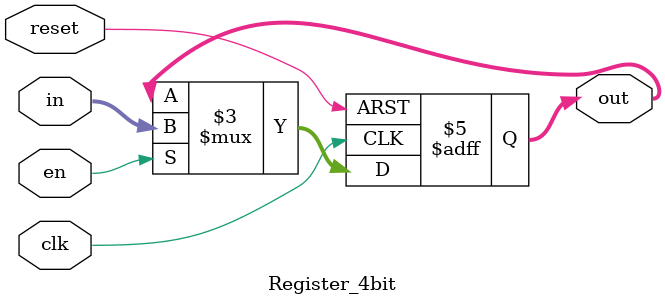
<source format=v>

module Register_4bit (in, en, reset, clk, out);
	input [3:0] in;
	input en, reset, clk;
	output reg [3:0] out;
	
	always @(posedge clk, negedge reset)
	begin
		if (reset == 0)	out <= 4'b0000;
		else if (en)		out <= in;
	end
endmodule
//////////////////////////////////////////////////////////////////////////
</source>
